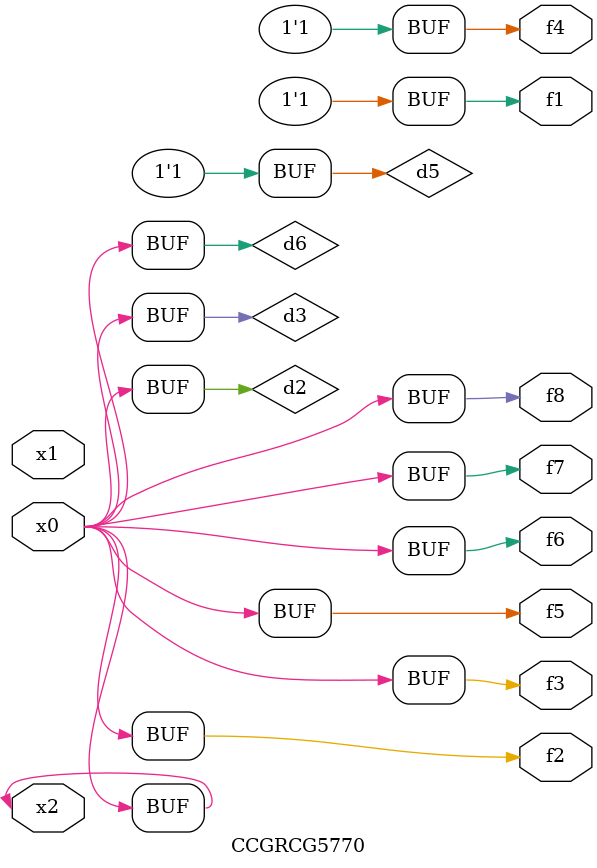
<source format=v>
module CCGRCG5770(
	input x0, x1, x2,
	output f1, f2, f3, f4, f5, f6, f7, f8
);

	wire d1, d2, d3, d4, d5, d6;

	xnor (d1, x2);
	buf (d2, x0, x2);
	and (d3, x0);
	xnor (d4, x1, x2);
	nand (d5, d1, d3);
	buf (d6, d2, d3);
	assign f1 = d5;
	assign f2 = d6;
	assign f3 = d6;
	assign f4 = d5;
	assign f5 = d6;
	assign f6 = d6;
	assign f7 = d6;
	assign f8 = d6;
endmodule

</source>
